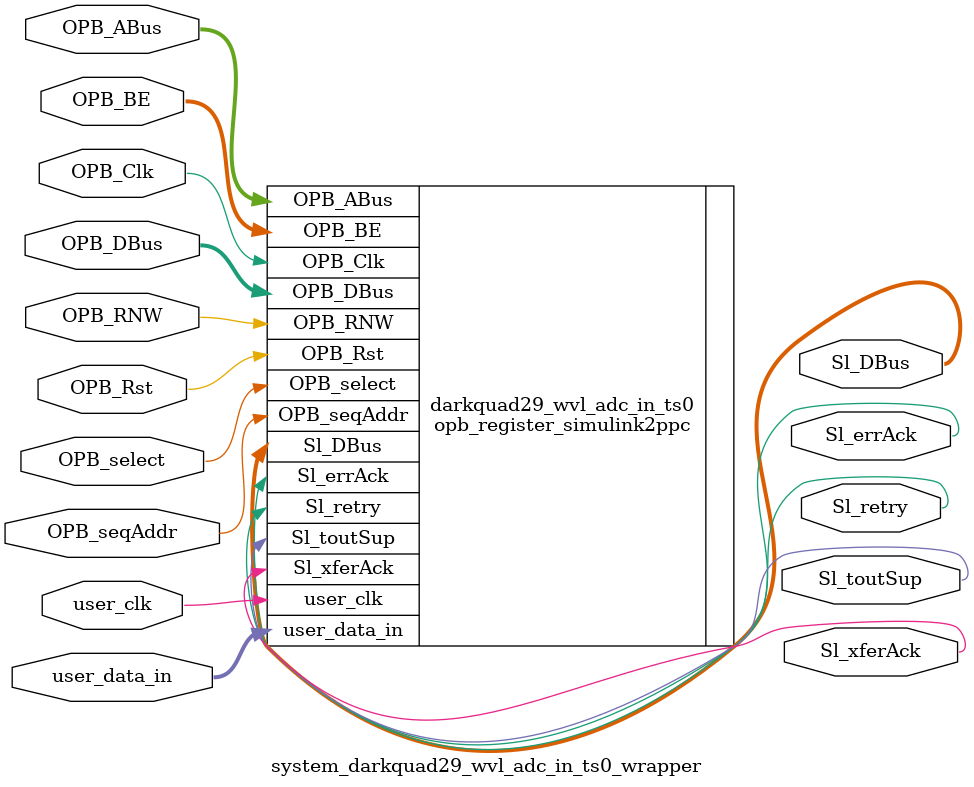
<source format=v>

module system_darkquad29_wvl_adc_in_ts0_wrapper
  (
    OPB_Clk,
    OPB_Rst,
    Sl_DBus,
    Sl_errAck,
    Sl_retry,
    Sl_toutSup,
    Sl_xferAck,
    OPB_ABus,
    OPB_BE,
    OPB_DBus,
    OPB_RNW,
    OPB_select,
    OPB_seqAddr,
    user_data_in,
    user_clk
  );
  input OPB_Clk;
  input OPB_Rst;
  output [0:31] Sl_DBus;
  output Sl_errAck;
  output Sl_retry;
  output Sl_toutSup;
  output Sl_xferAck;
  input [0:31] OPB_ABus;
  input [0:3] OPB_BE;
  input [0:31] OPB_DBus;
  input OPB_RNW;
  input OPB_select;
  input OPB_seqAddr;
  input [31:0] user_data_in;
  input user_clk;

  opb_register_simulink2ppc
    #(
      .C_BASEADDR ( 32'h0108B300 ),
      .C_HIGHADDR ( 32'h0108B3FF ),
      .C_OPB_AWIDTH ( 32 ),
      .C_OPB_DWIDTH ( 32 ),
      .C_FAMILY ( "virtex6" )
    )
    darkquad29_wvl_adc_in_ts0 (
      .OPB_Clk ( OPB_Clk ),
      .OPB_Rst ( OPB_Rst ),
      .Sl_DBus ( Sl_DBus ),
      .Sl_errAck ( Sl_errAck ),
      .Sl_retry ( Sl_retry ),
      .Sl_toutSup ( Sl_toutSup ),
      .Sl_xferAck ( Sl_xferAck ),
      .OPB_ABus ( OPB_ABus ),
      .OPB_BE ( OPB_BE ),
      .OPB_DBus ( OPB_DBus ),
      .OPB_RNW ( OPB_RNW ),
      .OPB_select ( OPB_select ),
      .OPB_seqAddr ( OPB_seqAddr ),
      .user_data_in ( user_data_in ),
      .user_clk ( user_clk )
    );

endmodule


</source>
